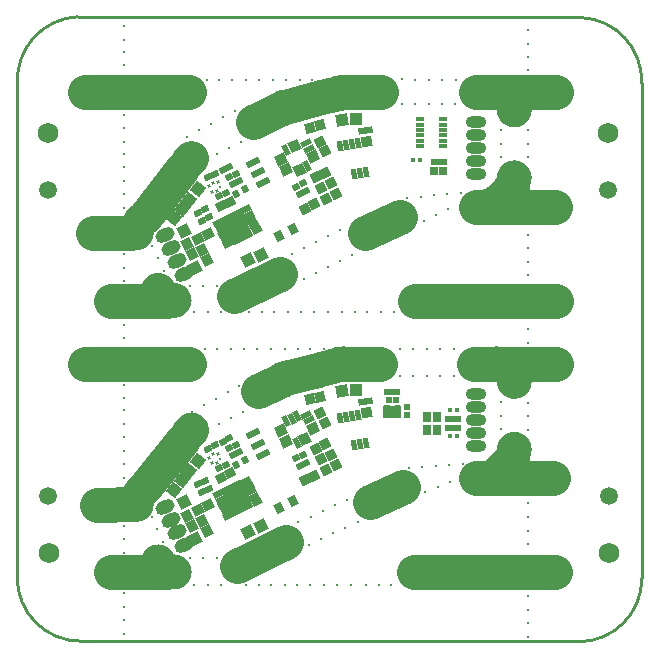
<source format=gts>
G04*
G04 #@! TF.GenerationSoftware,Altium Limited,Altium Designer,23.2.1 (34)*
G04*
G04 Layer_Color=8388736*
%FSLAX44Y44*%
%MOMM*%
G71*
G04*
G04 #@! TF.SameCoordinates,96D2EB81-E719-42E9-B1B6-D61F4878D9FD*
G04*
G04*
G04 #@! TF.FilePolarity,Negative*
G04*
G01*
G75*
%ADD14R,0.4541X0.3627*%
G04:AMPARAMS|DCode=24|XSize=0.6587mm|YSize=0.8121mm|CornerRadius=0mm|HoleSize=0mm|Usage=FLASHONLY|Rotation=206.000|XOffset=0mm|YOffset=0mm|HoleType=Round|Shape=Rectangle|*
%AMROTATEDRECTD24*
4,1,4,0.1180,0.5094,0.4740,-0.2206,-0.1180,-0.5094,-0.4740,0.2206,0.1180,0.5094,0.0*
%
%ADD24ROTATEDRECTD24*%

G04:AMPARAMS|DCode=31|XSize=0.5mm|YSize=0.6mm|CornerRadius=0mm|HoleSize=0mm|Usage=FLASHONLY|Rotation=206.000|XOffset=0mm|YOffset=0mm|HoleType=Round|Shape=Rectangle|*
%AMROTATEDRECTD31*
4,1,4,0.0932,0.3792,0.3562,-0.1601,-0.0932,-0.3792,-0.3562,0.1601,0.0932,0.3792,0.0*
%
%ADD31ROTATEDRECTD31*%

%ADD47C,0.2540*%
%ADD48C,3.0000*%
%ADD76R,1.5000X1.1000*%
%ADD77O,0.6900X0.3900*%
%ADD78R,0.6900X0.3900*%
%ADD79R,0.6432X0.5532*%
%ADD80R,0.7632X0.7232*%
G04:AMPARAMS|DCode=81|XSize=1.8492mm|YSize=2.5872mm|CornerRadius=0mm|HoleSize=0mm|Usage=FLASHONLY|Rotation=206.000|XOffset=0mm|YOffset=0mm|HoleType=Round|Shape=Rectangle|*
%AMROTATEDRECTD81*
4,1,4,0.2640,1.5680,1.3981,-0.7574,-0.2640,-1.5680,-1.3981,0.7574,0.2640,1.5680,0.0*
%
%ADD81ROTATEDRECTD81*%

G04:AMPARAMS|DCode=82|XSize=0.8032mm|YSize=0.5032mm|CornerRadius=0mm|HoleSize=0mm|Usage=FLASHONLY|Rotation=206.000|XOffset=0mm|YOffset=0mm|HoleType=Round|Shape=Rectangle|*
%AMROTATEDRECTD82*
4,1,4,0.2507,0.4022,0.4713,-0.0501,-0.2507,-0.4022,-0.4713,0.0501,0.2507,0.4022,0.0*
%
%ADD82ROTATEDRECTD82*%

G04:AMPARAMS|DCode=83|XSize=0.4732mm|YSize=0.8532mm|CornerRadius=0mm|HoleSize=0mm|Usage=FLASHONLY|Rotation=190.000|XOffset=0mm|YOffset=0mm|HoleType=Round|Shape=Rectangle|*
%AMROTATEDRECTD83*
4,1,4,0.1589,0.4612,0.3071,-0.3790,-0.1589,-0.4612,-0.3071,0.3790,0.1589,0.4612,0.0*
%
%ADD83ROTATEDRECTD83*%

G04:AMPARAMS|DCode=84|XSize=0.4532mm|YSize=0.8532mm|CornerRadius=0mm|HoleSize=0mm|Usage=FLASHONLY|Rotation=190.000|XOffset=0mm|YOffset=0mm|HoleType=Round|Shape=Rectangle|*
%AMROTATEDRECTD84*
4,1,4,0.1491,0.4595,0.2972,-0.3808,-0.1491,-0.4595,-0.2972,0.3808,0.1491,0.4595,0.0*
%
%ADD84ROTATEDRECTD84*%

G04:AMPARAMS|DCode=85|XSize=0.8782mm|YSize=0.4532mm|CornerRadius=0mm|HoleSize=0mm|Usage=FLASHONLY|Rotation=116.000|XOffset=0mm|YOffset=0mm|HoleType=Round|Shape=Rectangle|*
%AMROTATEDRECTD85*
4,1,4,0.3962,-0.2953,-0.0112,-0.4940,-0.3962,0.2953,0.0112,0.4940,0.3962,-0.2953,0.0*
%
%ADD85ROTATEDRECTD85*%

G04:AMPARAMS|DCode=86|XSize=0.8782mm|YSize=0.4532mm|CornerRadius=0mm|HoleSize=0mm|Usage=FLASHONLY|Rotation=26.000|XOffset=0mm|YOffset=0mm|HoleType=Round|Shape=Rectangle|*
%AMROTATEDRECTD86*
4,1,4,-0.2953,-0.3962,-0.4940,0.0112,0.2953,0.3962,0.4940,-0.0112,-0.2953,-0.3962,0.0*
%
%ADD86ROTATEDRECTD86*%

G04:AMPARAMS|DCode=87|XSize=0.5532mm|YSize=0.6032mm|CornerRadius=0mm|HoleSize=0mm|Usage=FLASHONLY|Rotation=296.000|XOffset=0mm|YOffset=0mm|HoleType=Round|Shape=Rectangle|*
%AMROTATEDRECTD87*
4,1,4,-0.3923,0.1164,0.1498,0.3808,0.3923,-0.1164,-0.1498,-0.3808,-0.3923,0.1164,0.0*
%
%ADD87ROTATEDRECTD87*%

G04:AMPARAMS|DCode=88|XSize=0.8432mm|YSize=0.8032mm|CornerRadius=0mm|HoleSize=0mm|Usage=FLASHONLY|Rotation=296.000|XOffset=0mm|YOffset=0mm|HoleType=Round|Shape=Rectangle|*
%AMROTATEDRECTD88*
4,1,4,-0.5458,0.2029,0.1761,0.5550,0.5458,-0.2029,-0.1761,-0.5550,-0.5458,0.2029,0.0*
%
%ADD88ROTATEDRECTD88*%

G04:AMPARAMS|DCode=89|XSize=0.8432mm|YSize=0.8032mm|CornerRadius=0mm|HoleSize=0mm|Usage=FLASHONLY|Rotation=284.000|XOffset=0mm|YOffset=0mm|HoleType=Round|Shape=Rectangle|*
%AMROTATEDRECTD89*
4,1,4,-0.4917,0.3119,0.2877,0.5062,0.4917,-0.3119,-0.2877,-0.5062,-0.4917,0.3119,0.0*
%
%ADD89ROTATEDRECTD89*%

G04:AMPARAMS|DCode=90|XSize=0.8432mm|YSize=0.8032mm|CornerRadius=0mm|HoleSize=0mm|Usage=FLASHONLY|Rotation=26.000|XOffset=0mm|YOffset=0mm|HoleType=Round|Shape=Rectangle|*
%AMROTATEDRECTD90*
4,1,4,-0.2029,-0.5458,-0.5550,0.1761,0.2029,0.5458,0.5550,-0.1761,-0.2029,-0.5458,0.0*
%
%ADD90ROTATEDRECTD90*%

%ADD91R,1.0032X1.0032*%
G04:AMPARAMS|DCode=92|XSize=0.5532mm|YSize=0.6432mm|CornerRadius=0mm|HoleSize=0mm|Usage=FLASHONLY|Rotation=116.000|XOffset=0mm|YOffset=0mm|HoleType=Round|Shape=Rectangle|*
%AMROTATEDRECTD92*
4,1,4,0.4103,-0.1076,-0.1678,-0.3896,-0.4103,0.1076,0.1678,0.3896,0.4103,-0.1076,0.0*
%
%ADD92ROTATEDRECTD92*%

G04:AMPARAMS|DCode=93|XSize=0.8532mm|YSize=0.9032mm|CornerRadius=0mm|HoleSize=0mm|Usage=FLASHONLY|Rotation=116.000|XOffset=0mm|YOffset=0mm|HoleType=Round|Shape=Rectangle|*
%AMROTATEDRECTD93*
4,1,4,0.5929,-0.1855,-0.2189,-0.5814,-0.5929,0.1855,0.2189,0.5814,0.5929,-0.1855,0.0*
%
%ADD93ROTATEDRECTD93*%

G04:AMPARAMS|DCode=94|XSize=0.7532mm|YSize=0.8032mm|CornerRadius=0mm|HoleSize=0mm|Usage=FLASHONLY|Rotation=296.000|XOffset=0mm|YOffset=0mm|HoleType=Round|Shape=Rectangle|*
%AMROTATEDRECTD94*
4,1,4,-0.5261,0.1624,0.1959,0.5145,0.5261,-0.1624,-0.1959,-0.5145,-0.5261,0.1624,0.0*
%
%ADD94ROTATEDRECTD94*%

G04:AMPARAMS|DCode=95|XSize=0.5532mm|YSize=0.6032mm|CornerRadius=0mm|HoleSize=0mm|Usage=FLASHONLY|Rotation=277.000|XOffset=0mm|YOffset=0mm|HoleType=Round|Shape=Rectangle|*
%AMROTATEDRECTD95*
4,1,4,-0.3331,0.2378,0.2656,0.3113,0.3331,-0.2378,-0.2656,-0.3113,-0.3331,0.2378,0.0*
%
%ADD95ROTATEDRECTD95*%

G04:AMPARAMS|DCode=96|XSize=0.8532mm|YSize=0.9032mm|CornerRadius=0mm|HoleSize=0mm|Usage=FLASHONLY|Rotation=206.000|XOffset=0mm|YOffset=0mm|HoleType=Round|Shape=Rectangle|*
%AMROTATEDRECTD96*
4,1,4,0.1855,0.5929,0.5814,-0.2189,-0.1855,-0.5929,-0.5814,0.2189,0.1855,0.5929,0.0*
%
%ADD96ROTATEDRECTD96*%

%ADD97P,1.4187X4X161.0*%
%ADD98P,1.4187X4X97.0*%
%ADD99P,1.4187X4X55.0*%
%ADD100P,0.3111X4X251.0*%
G04:AMPARAMS|DCode=101|XSize=0.22mm|YSize=0.22mm|CornerRadius=0mm|HoleSize=0mm|Usage=FLASHONLY|Rotation=206.000|XOffset=0mm|YOffset=0mm|HoleType=Round|Shape=Octagon|*
%AMOCTAGOND101*
4,1,8,-0.1230,0.0012,-0.0748,-0.0977,-0.0012,-0.1230,0.0977,-0.0748,0.1230,-0.0012,0.0748,0.0977,0.0012,0.1230,-0.0977,0.0748,-0.1230,0.0012,0.0*
%
%ADD101OCTAGOND101*%

%ADD102R,0.8032X0.8432*%
%ADD103R,0.5532X0.6032*%
%ADD104R,0.6032X0.5532*%
%ADD105R,0.3500X0.4500*%
%ADD106R,0.3032X0.3032*%
%ADD107P,0.9662X4X180.0*%
%ADD108C,1.5032*%
%ADD109C,1.7272*%
%ADD110C,0.3032*%
%ADD111O,1.7032X1.0032*%
G04:AMPARAMS|DCode=112|XSize=1.1032mm|YSize=1.7032mm|CornerRadius=0mm|HoleSize=0mm|Usage=FLASHONLY|Rotation=296.000|XOffset=0mm|YOffset=0mm|HoleType=Round|Shape=Round|*
%AMOVALD112*
21,1,0.6000,1.1032,0.0000,0.0000,26.0*
1,1,1.1032,-0.2696,-0.1315*
1,1,1.1032,0.2696,0.1315*
%
%ADD112OVALD112*%

G36*
X55343Y-71048D02*
X55473Y-71073D01*
X55600Y-71116D01*
X55719Y-71175D01*
X55830Y-71249D01*
X55930Y-71337D01*
X57730Y-73137D01*
X57818Y-73237D01*
X57892Y-73348D01*
X57951Y-73467D01*
X57993Y-73594D01*
X58019Y-73724D01*
X58028Y-73857D01*
Y-74557D01*
X58019Y-74690D01*
X57993Y-74820D01*
X57951Y-74947D01*
X57892Y-75066D01*
X57818Y-75177D01*
X57730Y-75277D01*
X57630Y-75365D01*
X57519Y-75439D01*
X57400Y-75498D01*
X57274Y-75540D01*
X57143Y-75566D01*
X57010Y-75575D01*
X53010D01*
X52877Y-75566D01*
X52747Y-75540D01*
X52620Y-75498D01*
X52501Y-75439D01*
X52390Y-75365D01*
X52290Y-75277D01*
X52202Y-75177D01*
X52128Y-75066D01*
X52069Y-74947D01*
X52027Y-74820D01*
X52001Y-74690D01*
X51992Y-74557D01*
Y-72057D01*
X52001Y-71924D01*
X52027Y-71793D01*
X52069Y-71667D01*
X52128Y-71548D01*
X52202Y-71437D01*
X52290Y-71337D01*
X52390Y-71249D01*
X52501Y-71175D01*
X52620Y-71116D01*
X52747Y-71073D01*
X52877Y-71048D01*
X53010Y-71039D01*
X55210D01*
X55343Y-71048D01*
D02*
G37*
G36*
X57143Y-64548D02*
X57274Y-64573D01*
X57400Y-64616D01*
X57519Y-64675D01*
X57630Y-64749D01*
X57730Y-64837D01*
X57818Y-64937D01*
X57892Y-65048D01*
X57951Y-65167D01*
X57993Y-65293D01*
X58019Y-65424D01*
X58028Y-65557D01*
Y-66257D01*
X58019Y-66390D01*
X57993Y-66521D01*
X57951Y-66647D01*
X57892Y-66766D01*
X57818Y-66877D01*
X57730Y-66977D01*
X55930Y-68777D01*
X55830Y-68865D01*
X55719Y-68939D01*
X55600Y-68998D01*
X55473Y-69040D01*
X55343Y-69066D01*
X55210Y-69075D01*
X53010D01*
X52877Y-69066D01*
X52747Y-69040D01*
X52620Y-68998D01*
X52501Y-68939D01*
X52390Y-68865D01*
X52290Y-68777D01*
X52202Y-68677D01*
X52128Y-68566D01*
X52069Y-68447D01*
X52027Y-68320D01*
X52001Y-68190D01*
X51992Y-68057D01*
Y-65557D01*
X52001Y-65424D01*
X52027Y-65293D01*
X52069Y-65167D01*
X52128Y-65048D01*
X52202Y-64937D01*
X52290Y-64837D01*
X52390Y-64749D01*
X52501Y-64675D01*
X52620Y-64616D01*
X52747Y-64573D01*
X52877Y-64548D01*
X53010Y-64539D01*
X57010D01*
X57143Y-64548D01*
D02*
G37*
G36*
X66143Y-71048D02*
X66274Y-71073D01*
X66400Y-71116D01*
X66519Y-71175D01*
X66630Y-71249D01*
X66730Y-71337D01*
X66818Y-71437D01*
X66892Y-71548D01*
X66951Y-71667D01*
X66993Y-71793D01*
X67020Y-71924D01*
X67028Y-72057D01*
Y-74557D01*
X67020Y-74690D01*
X66993Y-74820D01*
X66951Y-74947D01*
X66892Y-75066D01*
X66818Y-75177D01*
X66730Y-75277D01*
X66630Y-75365D01*
X66519Y-75439D01*
X66400Y-75498D01*
X66274Y-75540D01*
X66143Y-75566D01*
X66010Y-75575D01*
X61310D01*
X61177Y-75566D01*
X61047Y-75540D01*
X60920Y-75498D01*
X60801Y-75439D01*
X60690Y-75365D01*
X60590Y-75277D01*
X60502Y-75177D01*
X60428Y-75066D01*
X60369Y-74947D01*
X60326Y-74820D01*
X60301Y-74690D01*
X60292Y-74557D01*
X60301Y-74424D01*
X60326Y-74293D01*
X60369Y-74167D01*
X60428Y-74048D01*
X60502Y-73937D01*
X60590Y-73837D01*
X63090Y-71337D01*
X63190Y-71249D01*
X63301Y-71175D01*
X63420Y-71116D01*
X63547Y-71073D01*
X63677Y-71048D01*
X63810Y-71039D01*
X66010D01*
X66143Y-71048D01*
D02*
G37*
G36*
Y-64548D02*
X66274Y-64573D01*
X66400Y-64616D01*
X66519Y-64675D01*
X66630Y-64749D01*
X66730Y-64837D01*
X66818Y-64937D01*
X66892Y-65048D01*
X66951Y-65167D01*
X66993Y-65293D01*
X67020Y-65424D01*
X67028Y-65557D01*
Y-68057D01*
X67020Y-68190D01*
X66993Y-68320D01*
X66951Y-68447D01*
X66892Y-68566D01*
X66818Y-68677D01*
X66730Y-68777D01*
X66630Y-68865D01*
X66519Y-68939D01*
X66400Y-68998D01*
X66274Y-69040D01*
X66143Y-69067D01*
X66010Y-69075D01*
X63810D01*
X63677Y-69067D01*
X63547Y-69040D01*
X63420Y-68998D01*
X63301Y-68939D01*
X63190Y-68865D01*
X63090Y-68777D01*
X61290Y-66977D01*
X61202Y-66877D01*
X61128Y-66766D01*
X61069Y-66647D01*
X61027Y-66521D01*
X61001Y-66390D01*
X60992Y-66257D01*
Y-65557D01*
X61001Y-65424D01*
X61027Y-65293D01*
X61069Y-65167D01*
X61128Y-65048D01*
X61202Y-64937D01*
X61290Y-64837D01*
X61390Y-64749D01*
X61501Y-64675D01*
X61620Y-64616D01*
X61747Y-64573D01*
X61877Y-64548D01*
X62010Y-64539D01*
X66010D01*
X66143Y-64548D01*
D02*
G37*
D14*
X76717Y143563D02*
D03*
X82803Y143563D02*
D03*
D24*
X-24464Y84442D02*
D03*
X-36628Y78509D02*
D03*
X-24464Y-145428D02*
D03*
X-36628Y-151361D02*
D03*
D31*
X-73240Y114813D02*
D03*
X-65151Y118759D02*
D03*
X-73240Y-115057D02*
D03*
X-65151Y-111111D02*
D03*
D47*
X217171Y-264653D02*
G03*
X270795Y-210819I-118J53742D01*
G01*
X270608Y208316D02*
G03*
X218774Y263901I-53710J1876D01*
G01*
X-207022Y264549D02*
G03*
X-257878Y208067I2813J-53669D01*
G01*
X-258098Y-210417D02*
G03*
X-204355Y-264160I53742J0D01*
G01*
X217171D01*
X270608Y-210819D02*
X270608Y208316D01*
X-207022Y264160D02*
X218774D01*
X-258098Y-210417D02*
Y207992D01*
D48*
X-153419Y91622D02*
G03*
X-157240Y81620I11179J-10002D01*
G01*
X-138751Y-197016D02*
G03*
X-125240Y-205500I13511J6516D01*
G01*
X162760Y185620D02*
G03*
X147760Y200620I-15000J0D01*
G01*
X162760Y185620D02*
G03*
X147760Y200620I-15000J0D01*
G01*
X158367Y117622D02*
G03*
X162760Y128229I-10607J10607D01*
G01*
X158367Y117622D02*
G03*
X162760Y128229I-10607J10607D01*
G01*
X138401Y103870D02*
G03*
X149008Y108263I0J15000D01*
G01*
X138401Y103870D02*
G03*
X149008Y108263I0J15000D01*
G01*
X18291Y200620D02*
G03*
X14505Y200135I0J-15000D01*
G01*
X18291Y200620D02*
G03*
X14490Y200131I0J-15000D01*
G01*
X-31174Y188220D02*
G03*
X-33834Y187253I3771J-14519D01*
G01*
X-31189Y188216D02*
G03*
X-33851Y187245I3786J-14515D01*
G01*
X162760Y-44250D02*
G03*
X147760Y-29250I-15000J0D01*
G01*
X162760Y-44250D02*
G03*
X147760Y-29250I-15000J0D01*
G01*
X158367Y-112248D02*
G03*
X162760Y-101641I-10607J10607D01*
G01*
X138401Y-126000D02*
G03*
X149008Y-121607I0J15000D01*
G01*
X158367Y-112248D02*
G03*
X162760Y-101641I-10607J10607D01*
G01*
X138401Y-126000D02*
G03*
X149008Y-121607I0J15000D01*
G01*
X18291Y-29250D02*
G03*
X14505Y-29735I0J-15000D01*
G01*
X-31174Y-41650D02*
G03*
X-33834Y-42617I3771J-14519D01*
G01*
X18291Y-29250D02*
G03*
X14490Y-29739I0J-15000D01*
G01*
X-31189Y-41654D02*
G03*
X-33851Y-42625I3786J-14515D01*
G01*
X-110483Y144434D02*
G03*
X-112974Y141964I9243J-11814D01*
G01*
X-110491Y144428D02*
G03*
X-112983Y141953I9251J-11808D01*
G01*
X-138751Y32854D02*
G03*
X-125240Y24370I13511J6516D01*
G01*
X-138751Y32854D02*
G03*
X-125240Y24370I13511J6516D01*
G01*
X-110491Y-85442D02*
G03*
X-112983Y-87917I9251J-11808D01*
G01*
X-138751Y-197016D02*
G03*
X-125240Y-205500I13511J6516D01*
G01*
X-153408Y-138236D02*
G03*
X-157240Y-148250I11168J-10014D01*
G01*
X-153419Y-138248D02*
G03*
X-157240Y-148250I11179J-10002D01*
G01*
X78740Y24130D02*
X198120D01*
X-74670Y28109D02*
X-35560Y46990D01*
X-200660Y-29250D02*
X-113030D01*
X-200660Y200620D02*
X-113030D01*
X77470Y-205740D02*
X196850D01*
X-194317Y81357D02*
X-162070Y81520D01*
X130175Y103870D02*
X196850D01*
X130175Y200620D02*
X198120D01*
X128905Y-29250D02*
X198120D01*
X130175Y-126000D02*
X195580D01*
X-190507Y-148513D02*
X-158260Y-148350D01*
X-179070Y24130D02*
X-131590D01*
X-179070Y-205740D02*
X-131590D01*
X16370Y200620D02*
X50165D01*
X14490Y200131D02*
X16370Y200620D01*
X-72390Y-200660D02*
X-30480Y-180340D01*
X-150199Y95216D02*
X-118179Y135428D01*
X-149860Y-133350D02*
X-117560Y-93665D01*
X40666Y-146650D02*
X68367Y-133350D01*
X36376Y81160D02*
X65722Y95250D01*
X18291Y-29250D02*
X48895D01*
X-58169Y175705D02*
X-33851Y187245D01*
X-53863Y-52122D02*
X-33851Y-42625D01*
X149008Y108263D02*
X156950Y116205D01*
X-522Y196215D02*
X14490Y200131D01*
X-31174Y188220D02*
X-522Y196215D01*
X149008Y-121607D02*
X156950Y-113665D01*
X14490Y-29739D02*
X14505Y-29735D01*
X-522Y-33655D02*
X14490Y-29739D01*
X-31174Y-41650D02*
X-3810Y-34513D01*
X-31189Y188216D02*
X-31174Y188220D01*
X-33851Y187245D02*
X-33834Y187253D01*
X-31189Y-41654D02*
X-31174Y-41650D01*
X-33851Y-42625D02*
X-33834Y-42617D01*
D76*
X59510Y-70057D02*
D03*
D77*
X83011Y177564D02*
D03*
X83009Y173064D02*
D03*
X83010Y168563D02*
D03*
X83009Y164063D02*
D03*
X83009Y159562D02*
D03*
X102609Y155064D02*
D03*
X102610Y177563D02*
D03*
X102611Y173063D02*
D03*
X102611Y168563D02*
D03*
X102610Y164063D02*
D03*
Y159563D02*
D03*
D78*
X83009Y155063D02*
D03*
D79*
X95760Y141813D02*
D03*
X102260Y141813D02*
D03*
X62760Y-53307D02*
D03*
X56260Y-53307D02*
D03*
X107760Y-75807D02*
D03*
X114260Y-75807D02*
D03*
X107760Y-83557D02*
D03*
X114260Y-83557D02*
D03*
D80*
X94960Y133813D02*
D03*
X102560Y133813D02*
D03*
D81*
X-71740Y86813D02*
D03*
Y-143057D02*
D03*
D82*
X-57657Y88119D02*
D03*
X-59849Y92613D02*
D03*
X-62041Y97107D02*
D03*
X-64233Y101601D02*
D03*
X-85823Y85507D02*
D03*
X-83631Y81013D02*
D03*
X-88015Y90001D02*
D03*
X-81439Y76519D02*
D03*
X-79247Y72025D02*
D03*
X-55465Y83625D02*
D03*
Y-146245D02*
D03*
X-79247Y-157845D02*
D03*
X-81439Y-153351D02*
D03*
X-88015Y-139869D02*
D03*
X-83631Y-148857D02*
D03*
X-85823Y-144363D02*
D03*
X-64233Y-128269D02*
D03*
X-62041Y-132763D02*
D03*
X-59849Y-137257D02*
D03*
X-57657Y-141751D02*
D03*
D83*
X40105Y159377D02*
D03*
X15484Y155036D02*
D03*
X40105Y-70493D02*
D03*
X15484Y-74834D02*
D03*
D84*
X35180Y158509D02*
D03*
X37060Y133455D02*
D03*
X30257Y157641D02*
D03*
X32136Y132586D02*
D03*
X25332Y156773D02*
D03*
X27212Y131718D02*
D03*
X20408Y155904D02*
D03*
X35180Y-71361D02*
D03*
X37060Y-96415D02*
D03*
X30257Y-72229D02*
D03*
X32136Y-97283D02*
D03*
X25332Y-73097D02*
D03*
X27212Y-98152D02*
D03*
X20408Y-73966D02*
D03*
D85*
X-30234Y151871D02*
D03*
X-25740Y154063D02*
D03*
X-21246Y156255D02*
D03*
X-12369Y138054D02*
D03*
X-16863Y135862D02*
D03*
X-21357Y133671D02*
D03*
Y-96200D02*
D03*
X-16863Y-94008D02*
D03*
X-12369Y-91816D02*
D03*
X-21246Y-73615D02*
D03*
X-25740Y-75807D02*
D03*
X-30234Y-77999D02*
D03*
D86*
X-13242Y157238D02*
D03*
X-11050Y152744D02*
D03*
X-8858Y148250D02*
D03*
X-6666Y143756D02*
D03*
X-29361Y132687D02*
D03*
X-31553Y137181D02*
D03*
X-33745Y141675D02*
D03*
X-35937Y146169D02*
D03*
Y-83701D02*
D03*
X-33745Y-88195D02*
D03*
X-31553Y-92689D02*
D03*
X-29361Y-97183D02*
D03*
X-6666Y-86114D02*
D03*
X-8858Y-81620D02*
D03*
X-11050Y-77126D02*
D03*
X-13242Y-72632D02*
D03*
D87*
X-57026Y131204D02*
D03*
X-51453Y133922D02*
D03*
X-61276Y139954D02*
D03*
X-55704Y142672D02*
D03*
X-52776Y122704D02*
D03*
X-47204Y125422D02*
D03*
X-13204Y116922D02*
D03*
X-18776Y114204D02*
D03*
X-16204Y123422D02*
D03*
X-21776Y120704D02*
D03*
X-78454Y137422D02*
D03*
X-84026Y134704D02*
D03*
X-70204Y125672D02*
D03*
X-75776Y122954D02*
D03*
X-73204Y131672D02*
D03*
X-78776Y128954D02*
D03*
X-81454Y115172D02*
D03*
X-87026Y112454D02*
D03*
X-57026Y-98666D02*
D03*
X-51453Y-95948D02*
D03*
X-61276Y-89916D02*
D03*
X-55704Y-87198D02*
D03*
X-52776Y-107166D02*
D03*
X-47204Y-104448D02*
D03*
X-13204Y-112948D02*
D03*
X-18776Y-115666D02*
D03*
X-16204Y-106448D02*
D03*
X-21776Y-109166D02*
D03*
X-78454Y-92448D02*
D03*
X-84026Y-95166D02*
D03*
X-70204Y-104198D02*
D03*
X-75776Y-106916D02*
D03*
X-73204Y-98198D02*
D03*
X-78776Y-100916D02*
D03*
X-81454Y-114698D02*
D03*
X-87026Y-117416D02*
D03*
D88*
X11465Y114492D02*
D03*
X3555Y110634D02*
D03*
X7215Y123492D02*
D03*
X-695Y119634D02*
D03*
X2715Y132492D02*
D03*
X-5195Y128634D02*
D03*
X-6535Y105742D02*
D03*
X-14445Y101884D02*
D03*
X11465Y-115378D02*
D03*
X3555Y-119236D02*
D03*
X7215Y-106378D02*
D03*
X-695Y-110236D02*
D03*
X2715Y-97378D02*
D03*
X-5195Y-101236D02*
D03*
X-6535Y-124128D02*
D03*
X-14445Y-127986D02*
D03*
D89*
X-1971Y172877D02*
D03*
X-10510Y170749D02*
D03*
X-1971Y-56993D02*
D03*
X-10510Y-59121D02*
D03*
D90*
X2438Y150858D02*
D03*
X-1418Y158768D02*
D03*
X2438Y-79012D02*
D03*
X-1418Y-71102D02*
D03*
D91*
X29010Y178313D02*
D03*
Y-51557D02*
D03*
D92*
X-95465Y94762D02*
D03*
X-101307Y91913D02*
D03*
X-90569Y131488D02*
D03*
X-96411Y128638D02*
D03*
X-98965Y101512D02*
D03*
X-104807Y98663D02*
D03*
X-95465Y-135108D02*
D03*
X-101307Y-137957D02*
D03*
X-90569Y-98382D02*
D03*
X-96411Y-101232D02*
D03*
X-98965Y-128358D02*
D03*
X-104807Y-131207D02*
D03*
D93*
X-105259Y76731D02*
D03*
X-96721Y80895D02*
D03*
X-105259Y-153139D02*
D03*
X-96721Y-148975D02*
D03*
D94*
X-77920Y107926D02*
D03*
X-85560Y104200D02*
D03*
X-77920Y-121944D02*
D03*
X-85560Y-125670D02*
D03*
D95*
X40087Y168940D02*
D03*
X33934Y168186D02*
D03*
X40087Y-60930D02*
D03*
X33934Y-61684D02*
D03*
D96*
X-97408Y58794D02*
D03*
X-101572Y67332D02*
D03*
X-110158Y63306D02*
D03*
X-114322Y71845D02*
D03*
X-97408Y-171076D02*
D03*
X-101572Y-162538D02*
D03*
X-110158Y-166564D02*
D03*
X-114322Y-158025D02*
D03*
D97*
X-62940Y58363D02*
D03*
X-51940Y63163D02*
D03*
X-107370Y51993D02*
D03*
X-116490Y83313D02*
D03*
X-62940Y-171507D02*
D03*
X-51940Y-166707D02*
D03*
X-107370Y-177877D02*
D03*
X-116490Y-146557D02*
D03*
D98*
X-118740Y101813D02*
D03*
X-124990Y93903D02*
D03*
X-112240Y109813D02*
D03*
X-105240Y118703D02*
D03*
X-118740Y-128057D02*
D03*
X-124990Y-135967D02*
D03*
X-112240Y-120057D02*
D03*
X-105240Y-111167D02*
D03*
D99*
X17128Y177313D02*
D03*
Y-52557D02*
D03*
D100*
X-88987Y116968D02*
D03*
X-93239Y116563D02*
D03*
X-95431Y121056D02*
D03*
X-92493Y124158D02*
D03*
X-88241Y124564D02*
D03*
X-88987Y-112902D02*
D03*
X-93239Y-113307D02*
D03*
X-95431Y-108813D02*
D03*
X-92493Y-105712D02*
D03*
X-88241Y-105307D02*
D03*
D101*
X-86049Y120070D02*
D03*
Y-109801D02*
D03*
D102*
X97260Y-85557D02*
D03*
X88460Y-85557D02*
D03*
X97260Y-74057D02*
D03*
X88460Y-74057D02*
D03*
D103*
X72010Y-66207D02*
D03*
X72010Y-72407D02*
D03*
D104*
X62710Y-60057D02*
D03*
X56510Y-60057D02*
D03*
D105*
X108760Y-90557D02*
D03*
X114260Y-90557D02*
D03*
X108510Y-68807D02*
D03*
X114010Y-68807D02*
D03*
D106*
X64760Y-73307D02*
D03*
Y-66807D02*
D03*
X54260D02*
D03*
Y-73307D02*
D03*
D107*
X59510Y-70057D02*
D03*
D108*
X243080Y-140875D02*
D03*
X242193Y118091D02*
D03*
X-232138Y118103D02*
D03*
X-232410Y-140970D02*
D03*
D109*
X242665Y-189150D02*
D03*
X241765Y166366D02*
D03*
X-231723Y166378D02*
D03*
X-231140Y-189230D02*
D03*
D110*
X-167640Y-257952D02*
D03*
X36901Y-216470D02*
D03*
X48260D02*
D03*
X58562D02*
D03*
X-99060Y-16820D02*
D03*
X-42966D02*
D03*
X-88758D02*
D03*
X-77399D02*
D03*
X-66040D02*
D03*
X-54682D02*
D03*
X1341D02*
D03*
X-10018D02*
D03*
X-20320D02*
D03*
X-31679D02*
D03*
X-97790Y211300D02*
D03*
X-41696D02*
D03*
X-87488D02*
D03*
X-76129D02*
D03*
X-64770D02*
D03*
X-53412D02*
D03*
X-8748D02*
D03*
X-19050D02*
D03*
X-30409D02*
D03*
X16581Y14670D02*
D03*
X27940D02*
D03*
X38242D02*
D03*
X49601D02*
D03*
X60960D02*
D03*
X-6422D02*
D03*
X-17780D02*
D03*
X-29139D02*
D03*
X-40498D02*
D03*
X5294D02*
D03*
X-50800D02*
D03*
X-62159D02*
D03*
X12628Y-216470D02*
D03*
X1270D02*
D03*
X-10089D02*
D03*
X-21448D02*
D03*
X24344D02*
D03*
X-31750D02*
D03*
X-43109D02*
D03*
X-64699D02*
D03*
X-53340D02*
D03*
X-167640Y-246594D02*
D03*
Y-223520D02*
D03*
Y-234878D02*
D03*
Y256469D02*
D03*
Y245110D02*
D03*
Y234808D02*
D03*
Y223449D02*
D03*
Y114514D02*
D03*
Y125872D02*
D03*
Y137231D02*
D03*
Y148590D02*
D03*
Y102798D02*
D03*
Y158892D02*
D03*
Y170251D02*
D03*
Y181610D02*
D03*
Y-189159D02*
D03*
Y-177800D02*
D03*
X-167642Y-166441D02*
D03*
X-167640Y-47061D02*
D03*
Y-58420D02*
D03*
Y3739D02*
D03*
Y-7620D02*
D03*
Y-114514D02*
D03*
Y-125872D02*
D03*
Y-68722D02*
D03*
Y-80081D02*
D03*
Y-91440D02*
D03*
Y-102798D02*
D03*
X174520Y-260636D02*
D03*
Y-226203D02*
D03*
Y-237562D02*
D03*
Y-248920D02*
D03*
Y-170466D02*
D03*
Y-181824D02*
D03*
Y-147392D02*
D03*
Y-158750D02*
D03*
Y219109D02*
D03*
Y230469D02*
D03*
Y241827D02*
D03*
Y253186D02*
D03*
Y89641D02*
D03*
Y45648D02*
D03*
Y57007D02*
D03*
Y68366D02*
D03*
Y79724D02*
D03*
Y-11502D02*
D03*
Y-143D02*
D03*
X-88900Y148590D02*
D03*
X174520Y-85019D02*
D03*
Y-73660D02*
D03*
Y-62301D02*
D03*
X151867Y-84421D02*
D03*
X151754Y-73061D02*
D03*
X151643Y-61703D02*
D03*
X-134749Y-179909D02*
D03*
X-139472Y-169578D02*
D03*
X-144194Y-159247D02*
D03*
X-108029Y-216299D02*
D03*
X-96669Y-216384D02*
D03*
X-85310Y-216471D02*
D03*
X-111839Y-193439D02*
D03*
X-100479Y-193524D02*
D03*
X-89120Y-193611D02*
D03*
X87300Y-137710D02*
D03*
X97790Y-133350D02*
D03*
X108280Y-128991D02*
D03*
X73680Y-117384D02*
D03*
X85002Y-116480D02*
D03*
X96326Y-115576D02*
D03*
X107649Y-114672D02*
D03*
X118972Y-113768D02*
D03*
X-109870Y-69675D02*
D03*
X-99894Y-64244D02*
D03*
X-89917Y-58812D02*
D03*
X-79941Y-53380D02*
D03*
X-69964Y-47949D02*
D03*
X-87630Y-80011D02*
D03*
X-77470Y-74930D02*
D03*
X-67310Y-69850D02*
D03*
X-11170Y-182393D02*
D03*
X-839Y-177671D02*
D03*
X9492Y-172948D02*
D03*
X19823Y-168226D02*
D03*
X30154Y-163504D02*
D03*
X-20060Y-163343D02*
D03*
X-9729Y-158621D02*
D03*
X602Y-153898D02*
D03*
X10933Y-149176D02*
D03*
X21264Y-144454D02*
D03*
X66033Y-16822D02*
D03*
X77391Y-16909D02*
D03*
X88751Y-16994D02*
D03*
X100110Y-17081D02*
D03*
X111468Y-17167D02*
D03*
X66033Y-39682D02*
D03*
X77391Y-39769D02*
D03*
X88751Y-39854D02*
D03*
X100110Y-39941D02*
D03*
X111468Y-40027D02*
D03*
X174523Y168241D02*
D03*
X174636Y156882D02*
D03*
X174747Y145523D02*
D03*
X151663Y168241D02*
D03*
X151776Y156882D02*
D03*
X151887Y145523D02*
D03*
X106680Y101600D02*
D03*
X96520Y96520D02*
D03*
X86360Y91440D02*
D03*
X117293Y115424D02*
D03*
X105988Y114323D02*
D03*
X94682Y113221D02*
D03*
X83376Y112120D02*
D03*
X72071Y111018D02*
D03*
X113037Y211132D02*
D03*
X101678Y211218D02*
D03*
X90319Y211304D02*
D03*
X78960Y211391D02*
D03*
X67602Y211477D02*
D03*
X25620Y63161D02*
D03*
X15460Y58081D02*
D03*
X5300Y53001D02*
D03*
X-4860Y47921D02*
D03*
X-15020Y42841D02*
D03*
X-78740Y153670D02*
D03*
X-68580Y158750D02*
D03*
X-74027Y184853D02*
D03*
X-84003Y179422D02*
D03*
X-93980Y173990D02*
D03*
X-103957Y168559D02*
D03*
X-113933Y163127D02*
D03*
X-167640Y40711D02*
D03*
Y52070D02*
D03*
Y63429D02*
D03*
X-134222Y49631D02*
D03*
X-139124Y59878D02*
D03*
X-144026Y70125D02*
D03*
X-108028Y14842D02*
D03*
X-96669Y14755D02*
D03*
X-85310Y14669D02*
D03*
X-111838Y36432D02*
D03*
X-100479Y36345D02*
D03*
X-89120Y36259D02*
D03*
X67452Y190673D02*
D03*
X78811Y190586D02*
D03*
X90170Y190500D02*
D03*
X101529Y190414D02*
D03*
X112888Y190328D02*
D03*
X15240Y83820D02*
D03*
X5080Y78740D02*
D03*
X-5080Y73660D02*
D03*
X-15240Y68580D02*
D03*
X-25400Y63500D02*
D03*
D111*
X130760Y131313D02*
D03*
X130760Y142313D02*
D03*
X130760Y153313D02*
D03*
X130760Y164313D02*
D03*
X130760Y175313D02*
D03*
X130760Y-98557D02*
D03*
X130760Y-87557D02*
D03*
X130760Y-76557D02*
D03*
X130760Y-65557D02*
D03*
X130760Y-54557D02*
D03*
D112*
X-133040Y79433D02*
D03*
X-127780Y68647D02*
D03*
X-122519Y57862D02*
D03*
X-117259Y47076D02*
D03*
X-133040Y-150437D02*
D03*
X-127780Y-161222D02*
D03*
X-122519Y-172008D02*
D03*
X-117259Y-182794D02*
D03*
M02*

</source>
